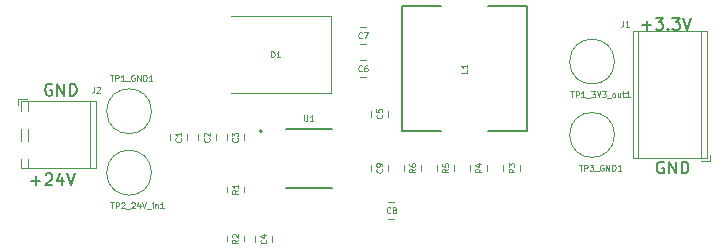
<source format=gbr>
%TF.GenerationSoftware,KiCad,Pcbnew,7.0.7*%
%TF.CreationDate,2024-09-29T13:33:55+02:00*%
%TF.ProjectId,DC_step_down_24V-3_3V,44435f73-7465-4705-9f64-6f776e5f3234,rev?*%
%TF.SameCoordinates,Original*%
%TF.FileFunction,Legend,Top*%
%TF.FilePolarity,Positive*%
%FSLAX46Y46*%
G04 Gerber Fmt 4.6, Leading zero omitted, Abs format (unit mm)*
G04 Created by KiCad (PCBNEW 7.0.7) date 2024-09-29 13:33:55*
%MOMM*%
%LPD*%
G01*
G04 APERTURE LIST*
%ADD10C,0.150000*%
%ADD11C,0.100000*%
%ADD12C,0.120000*%
%ADD13C,0.152400*%
%ADD14C,0.127000*%
%ADD15C,0.200000*%
G04 APERTURE END LIST*
D10*
X177836779Y-75323866D02*
X178598684Y-75323866D01*
X178217731Y-75704819D02*
X178217731Y-74942914D01*
X178979636Y-74704819D02*
X179598683Y-74704819D01*
X179598683Y-74704819D02*
X179265350Y-75085771D01*
X179265350Y-75085771D02*
X179408207Y-75085771D01*
X179408207Y-75085771D02*
X179503445Y-75133390D01*
X179503445Y-75133390D02*
X179551064Y-75181009D01*
X179551064Y-75181009D02*
X179598683Y-75276247D01*
X179598683Y-75276247D02*
X179598683Y-75514342D01*
X179598683Y-75514342D02*
X179551064Y-75609580D01*
X179551064Y-75609580D02*
X179503445Y-75657200D01*
X179503445Y-75657200D02*
X179408207Y-75704819D01*
X179408207Y-75704819D02*
X179122493Y-75704819D01*
X179122493Y-75704819D02*
X179027255Y-75657200D01*
X179027255Y-75657200D02*
X178979636Y-75609580D01*
X180027255Y-75609580D02*
X180074874Y-75657200D01*
X180074874Y-75657200D02*
X180027255Y-75704819D01*
X180027255Y-75704819D02*
X179979636Y-75657200D01*
X179979636Y-75657200D02*
X180027255Y-75609580D01*
X180027255Y-75609580D02*
X180027255Y-75704819D01*
X180408207Y-74704819D02*
X181027254Y-74704819D01*
X181027254Y-74704819D02*
X180693921Y-75085771D01*
X180693921Y-75085771D02*
X180836778Y-75085771D01*
X180836778Y-75085771D02*
X180932016Y-75133390D01*
X180932016Y-75133390D02*
X180979635Y-75181009D01*
X180979635Y-75181009D02*
X181027254Y-75276247D01*
X181027254Y-75276247D02*
X181027254Y-75514342D01*
X181027254Y-75514342D02*
X180979635Y-75609580D01*
X180979635Y-75609580D02*
X180932016Y-75657200D01*
X180932016Y-75657200D02*
X180836778Y-75704819D01*
X180836778Y-75704819D02*
X180551064Y-75704819D01*
X180551064Y-75704819D02*
X180455826Y-75657200D01*
X180455826Y-75657200D02*
X180408207Y-75609580D01*
X181312969Y-74704819D02*
X181646302Y-75704819D01*
X181646302Y-75704819D02*
X181979635Y-74704819D01*
X179660588Y-86917438D02*
X179565350Y-86869819D01*
X179565350Y-86869819D02*
X179422493Y-86869819D01*
X179422493Y-86869819D02*
X179279636Y-86917438D01*
X179279636Y-86917438D02*
X179184398Y-87012676D01*
X179184398Y-87012676D02*
X179136779Y-87107914D01*
X179136779Y-87107914D02*
X179089160Y-87298390D01*
X179089160Y-87298390D02*
X179089160Y-87441247D01*
X179089160Y-87441247D02*
X179136779Y-87631723D01*
X179136779Y-87631723D02*
X179184398Y-87726961D01*
X179184398Y-87726961D02*
X179279636Y-87822200D01*
X179279636Y-87822200D02*
X179422493Y-87869819D01*
X179422493Y-87869819D02*
X179517731Y-87869819D01*
X179517731Y-87869819D02*
X179660588Y-87822200D01*
X179660588Y-87822200D02*
X179708207Y-87774580D01*
X179708207Y-87774580D02*
X179708207Y-87441247D01*
X179708207Y-87441247D02*
X179517731Y-87441247D01*
X180136779Y-87869819D02*
X180136779Y-86869819D01*
X180136779Y-86869819D02*
X180708207Y-87869819D01*
X180708207Y-87869819D02*
X180708207Y-86869819D01*
X181184398Y-87869819D02*
X181184398Y-86869819D01*
X181184398Y-86869819D02*
X181422493Y-86869819D01*
X181422493Y-86869819D02*
X181565350Y-86917438D01*
X181565350Y-86917438D02*
X181660588Y-87012676D01*
X181660588Y-87012676D02*
X181708207Y-87107914D01*
X181708207Y-87107914D02*
X181755826Y-87298390D01*
X181755826Y-87298390D02*
X181755826Y-87441247D01*
X181755826Y-87441247D02*
X181708207Y-87631723D01*
X181708207Y-87631723D02*
X181660588Y-87726961D01*
X181660588Y-87726961D02*
X181565350Y-87822200D01*
X181565350Y-87822200D02*
X181422493Y-87869819D01*
X181422493Y-87869819D02*
X181184398Y-87869819D01*
X127860588Y-80317438D02*
X127765350Y-80269819D01*
X127765350Y-80269819D02*
X127622493Y-80269819D01*
X127622493Y-80269819D02*
X127479636Y-80317438D01*
X127479636Y-80317438D02*
X127384398Y-80412676D01*
X127384398Y-80412676D02*
X127336779Y-80507914D01*
X127336779Y-80507914D02*
X127289160Y-80698390D01*
X127289160Y-80698390D02*
X127289160Y-80841247D01*
X127289160Y-80841247D02*
X127336779Y-81031723D01*
X127336779Y-81031723D02*
X127384398Y-81126961D01*
X127384398Y-81126961D02*
X127479636Y-81222200D01*
X127479636Y-81222200D02*
X127622493Y-81269819D01*
X127622493Y-81269819D02*
X127717731Y-81269819D01*
X127717731Y-81269819D02*
X127860588Y-81222200D01*
X127860588Y-81222200D02*
X127908207Y-81174580D01*
X127908207Y-81174580D02*
X127908207Y-80841247D01*
X127908207Y-80841247D02*
X127717731Y-80841247D01*
X128336779Y-81269819D02*
X128336779Y-80269819D01*
X128336779Y-80269819D02*
X128908207Y-81269819D01*
X128908207Y-81269819D02*
X128908207Y-80269819D01*
X129384398Y-81269819D02*
X129384398Y-80269819D01*
X129384398Y-80269819D02*
X129622493Y-80269819D01*
X129622493Y-80269819D02*
X129765350Y-80317438D01*
X129765350Y-80317438D02*
X129860588Y-80412676D01*
X129860588Y-80412676D02*
X129908207Y-80507914D01*
X129908207Y-80507914D02*
X129955826Y-80698390D01*
X129955826Y-80698390D02*
X129955826Y-80841247D01*
X129955826Y-80841247D02*
X129908207Y-81031723D01*
X129908207Y-81031723D02*
X129860588Y-81126961D01*
X129860588Y-81126961D02*
X129765350Y-81222200D01*
X129765350Y-81222200D02*
X129622493Y-81269819D01*
X129622493Y-81269819D02*
X129384398Y-81269819D01*
X126136779Y-88488866D02*
X126898684Y-88488866D01*
X126517731Y-88869819D02*
X126517731Y-88107914D01*
X127327255Y-87965057D02*
X127374874Y-87917438D01*
X127374874Y-87917438D02*
X127470112Y-87869819D01*
X127470112Y-87869819D02*
X127708207Y-87869819D01*
X127708207Y-87869819D02*
X127803445Y-87917438D01*
X127803445Y-87917438D02*
X127851064Y-87965057D01*
X127851064Y-87965057D02*
X127898683Y-88060295D01*
X127898683Y-88060295D02*
X127898683Y-88155533D01*
X127898683Y-88155533D02*
X127851064Y-88298390D01*
X127851064Y-88298390D02*
X127279636Y-88869819D01*
X127279636Y-88869819D02*
X127898683Y-88869819D01*
X128755826Y-88203152D02*
X128755826Y-88869819D01*
X128517731Y-87822200D02*
X128279636Y-88536485D01*
X128279636Y-88536485D02*
X128898683Y-88536485D01*
X129136779Y-87869819D02*
X129470112Y-88869819D01*
X129470112Y-88869819D02*
X129803445Y-87869819D01*
D11*
X138778490Y-84883333D02*
X138802300Y-84907142D01*
X138802300Y-84907142D02*
X138826109Y-84978571D01*
X138826109Y-84978571D02*
X138826109Y-85026190D01*
X138826109Y-85026190D02*
X138802300Y-85097618D01*
X138802300Y-85097618D02*
X138754680Y-85145237D01*
X138754680Y-85145237D02*
X138707061Y-85169047D01*
X138707061Y-85169047D02*
X138611823Y-85192856D01*
X138611823Y-85192856D02*
X138540395Y-85192856D01*
X138540395Y-85192856D02*
X138445157Y-85169047D01*
X138445157Y-85169047D02*
X138397538Y-85145237D01*
X138397538Y-85145237D02*
X138349919Y-85097618D01*
X138349919Y-85097618D02*
X138326109Y-85026190D01*
X138326109Y-85026190D02*
X138326109Y-84978571D01*
X138326109Y-84978571D02*
X138349919Y-84907142D01*
X138349919Y-84907142D02*
X138373728Y-84883333D01*
X138826109Y-84407142D02*
X138826109Y-84692856D01*
X138826109Y-84549999D02*
X138326109Y-84549999D01*
X138326109Y-84549999D02*
X138397538Y-84597618D01*
X138397538Y-84597618D02*
X138445157Y-84645237D01*
X138445157Y-84645237D02*
X138468966Y-84692856D01*
X163026109Y-79083333D02*
X163026109Y-79321428D01*
X163026109Y-79321428D02*
X162526109Y-79321428D01*
X163026109Y-78654761D02*
X163026109Y-78940475D01*
X163026109Y-78797618D02*
X162526109Y-78797618D01*
X162526109Y-78797618D02*
X162597538Y-78845237D01*
X162597538Y-78845237D02*
X162645157Y-78892856D01*
X162645157Y-78892856D02*
X162668966Y-78940475D01*
X155778490Y-82883333D02*
X155802300Y-82907142D01*
X155802300Y-82907142D02*
X155826109Y-82978571D01*
X155826109Y-82978571D02*
X155826109Y-83026190D01*
X155826109Y-83026190D02*
X155802300Y-83097618D01*
X155802300Y-83097618D02*
X155754680Y-83145237D01*
X155754680Y-83145237D02*
X155707061Y-83169047D01*
X155707061Y-83169047D02*
X155611823Y-83192856D01*
X155611823Y-83192856D02*
X155540395Y-83192856D01*
X155540395Y-83192856D02*
X155445157Y-83169047D01*
X155445157Y-83169047D02*
X155397538Y-83145237D01*
X155397538Y-83145237D02*
X155349919Y-83097618D01*
X155349919Y-83097618D02*
X155326109Y-83026190D01*
X155326109Y-83026190D02*
X155326109Y-82978571D01*
X155326109Y-82978571D02*
X155349919Y-82907142D01*
X155349919Y-82907142D02*
X155373728Y-82883333D01*
X155326109Y-82430952D02*
X155326109Y-82669047D01*
X155326109Y-82669047D02*
X155564204Y-82692856D01*
X155564204Y-82692856D02*
X155540395Y-82669047D01*
X155540395Y-82669047D02*
X155516585Y-82621428D01*
X155516585Y-82621428D02*
X155516585Y-82502380D01*
X155516585Y-82502380D02*
X155540395Y-82454761D01*
X155540395Y-82454761D02*
X155564204Y-82430952D01*
X155564204Y-82430952D02*
X155611823Y-82407142D01*
X155611823Y-82407142D02*
X155730871Y-82407142D01*
X155730871Y-82407142D02*
X155778490Y-82430952D01*
X155778490Y-82430952D02*
X155802300Y-82454761D01*
X155802300Y-82454761D02*
X155826109Y-82502380D01*
X155826109Y-82502380D02*
X155826109Y-82621428D01*
X155826109Y-82621428D02*
X155802300Y-82669047D01*
X155802300Y-82669047D02*
X155778490Y-82692856D01*
X143626109Y-89283333D02*
X143388014Y-89449999D01*
X143626109Y-89569047D02*
X143126109Y-89569047D01*
X143126109Y-89569047D02*
X143126109Y-89378571D01*
X143126109Y-89378571D02*
X143149919Y-89330952D01*
X143149919Y-89330952D02*
X143173728Y-89307142D01*
X143173728Y-89307142D02*
X143221347Y-89283333D01*
X143221347Y-89283333D02*
X143292776Y-89283333D01*
X143292776Y-89283333D02*
X143340395Y-89307142D01*
X143340395Y-89307142D02*
X143364204Y-89330952D01*
X143364204Y-89330952D02*
X143388014Y-89378571D01*
X143388014Y-89378571D02*
X143388014Y-89569047D01*
X143626109Y-88807142D02*
X143626109Y-89092856D01*
X143626109Y-88949999D02*
X143126109Y-88949999D01*
X143126109Y-88949999D02*
X143197538Y-88997618D01*
X143197538Y-88997618D02*
X143245157Y-89045237D01*
X143245157Y-89045237D02*
X143268966Y-89092856D01*
X145978490Y-93483333D02*
X146002300Y-93507142D01*
X146002300Y-93507142D02*
X146026109Y-93578571D01*
X146026109Y-93578571D02*
X146026109Y-93626190D01*
X146026109Y-93626190D02*
X146002300Y-93697618D01*
X146002300Y-93697618D02*
X145954680Y-93745237D01*
X145954680Y-93745237D02*
X145907061Y-93769047D01*
X145907061Y-93769047D02*
X145811823Y-93792856D01*
X145811823Y-93792856D02*
X145740395Y-93792856D01*
X145740395Y-93792856D02*
X145645157Y-93769047D01*
X145645157Y-93769047D02*
X145597538Y-93745237D01*
X145597538Y-93745237D02*
X145549919Y-93697618D01*
X145549919Y-93697618D02*
X145526109Y-93626190D01*
X145526109Y-93626190D02*
X145526109Y-93578571D01*
X145526109Y-93578571D02*
X145549919Y-93507142D01*
X145549919Y-93507142D02*
X145573728Y-93483333D01*
X145692776Y-93054761D02*
X146026109Y-93054761D01*
X145502300Y-93173809D02*
X145859442Y-93292856D01*
X145859442Y-93292856D02*
X145859442Y-92983333D01*
X156516666Y-91178490D02*
X156492857Y-91202300D01*
X156492857Y-91202300D02*
X156421428Y-91226109D01*
X156421428Y-91226109D02*
X156373809Y-91226109D01*
X156373809Y-91226109D02*
X156302381Y-91202300D01*
X156302381Y-91202300D02*
X156254762Y-91154680D01*
X156254762Y-91154680D02*
X156230952Y-91107061D01*
X156230952Y-91107061D02*
X156207143Y-91011823D01*
X156207143Y-91011823D02*
X156207143Y-90940395D01*
X156207143Y-90940395D02*
X156230952Y-90845157D01*
X156230952Y-90845157D02*
X156254762Y-90797538D01*
X156254762Y-90797538D02*
X156302381Y-90749919D01*
X156302381Y-90749919D02*
X156373809Y-90726109D01*
X156373809Y-90726109D02*
X156421428Y-90726109D01*
X156421428Y-90726109D02*
X156492857Y-90749919D01*
X156492857Y-90749919D02*
X156516666Y-90773728D01*
X156802381Y-90940395D02*
X156754762Y-90916585D01*
X156754762Y-90916585D02*
X156730952Y-90892776D01*
X156730952Y-90892776D02*
X156707143Y-90845157D01*
X156707143Y-90845157D02*
X156707143Y-90821347D01*
X156707143Y-90821347D02*
X156730952Y-90773728D01*
X156730952Y-90773728D02*
X156754762Y-90749919D01*
X156754762Y-90749919D02*
X156802381Y-90726109D01*
X156802381Y-90726109D02*
X156897619Y-90726109D01*
X156897619Y-90726109D02*
X156945238Y-90749919D01*
X156945238Y-90749919D02*
X156969047Y-90773728D01*
X156969047Y-90773728D02*
X156992857Y-90821347D01*
X156992857Y-90821347D02*
X156992857Y-90845157D01*
X156992857Y-90845157D02*
X156969047Y-90892776D01*
X156969047Y-90892776D02*
X156945238Y-90916585D01*
X156945238Y-90916585D02*
X156897619Y-90940395D01*
X156897619Y-90940395D02*
X156802381Y-90940395D01*
X156802381Y-90940395D02*
X156754762Y-90964204D01*
X156754762Y-90964204D02*
X156730952Y-90988014D01*
X156730952Y-90988014D02*
X156707143Y-91035633D01*
X156707143Y-91035633D02*
X156707143Y-91130871D01*
X156707143Y-91130871D02*
X156730952Y-91178490D01*
X156730952Y-91178490D02*
X156754762Y-91202300D01*
X156754762Y-91202300D02*
X156802381Y-91226109D01*
X156802381Y-91226109D02*
X156897619Y-91226109D01*
X156897619Y-91226109D02*
X156945238Y-91202300D01*
X156945238Y-91202300D02*
X156969047Y-91178490D01*
X156969047Y-91178490D02*
X156992857Y-91130871D01*
X156992857Y-91130871D02*
X156992857Y-91035633D01*
X156992857Y-91035633D02*
X156969047Y-90988014D01*
X156969047Y-90988014D02*
X156945238Y-90964204D01*
X156945238Y-90964204D02*
X156897619Y-90940395D01*
X146430952Y-78026109D02*
X146430952Y-77526109D01*
X146430952Y-77526109D02*
X146550000Y-77526109D01*
X146550000Y-77526109D02*
X146621428Y-77549919D01*
X146621428Y-77549919D02*
X146669047Y-77597538D01*
X146669047Y-77597538D02*
X146692857Y-77645157D01*
X146692857Y-77645157D02*
X146716666Y-77740395D01*
X146716666Y-77740395D02*
X146716666Y-77811823D01*
X146716666Y-77811823D02*
X146692857Y-77907061D01*
X146692857Y-77907061D02*
X146669047Y-77954680D01*
X146669047Y-77954680D02*
X146621428Y-78002300D01*
X146621428Y-78002300D02*
X146550000Y-78026109D01*
X146550000Y-78026109D02*
X146430952Y-78026109D01*
X147192857Y-78026109D02*
X146907143Y-78026109D01*
X147050000Y-78026109D02*
X147050000Y-77526109D01*
X147050000Y-77526109D02*
X147002381Y-77597538D01*
X147002381Y-77597538D02*
X146954762Y-77645157D01*
X146954762Y-77645157D02*
X146907143Y-77668966D01*
X161426109Y-87483333D02*
X161188014Y-87649999D01*
X161426109Y-87769047D02*
X160926109Y-87769047D01*
X160926109Y-87769047D02*
X160926109Y-87578571D01*
X160926109Y-87578571D02*
X160949919Y-87530952D01*
X160949919Y-87530952D02*
X160973728Y-87507142D01*
X160973728Y-87507142D02*
X161021347Y-87483333D01*
X161021347Y-87483333D02*
X161092776Y-87483333D01*
X161092776Y-87483333D02*
X161140395Y-87507142D01*
X161140395Y-87507142D02*
X161164204Y-87530952D01*
X161164204Y-87530952D02*
X161188014Y-87578571D01*
X161188014Y-87578571D02*
X161188014Y-87769047D01*
X160926109Y-87030952D02*
X160926109Y-87269047D01*
X160926109Y-87269047D02*
X161164204Y-87292856D01*
X161164204Y-87292856D02*
X161140395Y-87269047D01*
X161140395Y-87269047D02*
X161116585Y-87221428D01*
X161116585Y-87221428D02*
X161116585Y-87102380D01*
X161116585Y-87102380D02*
X161140395Y-87054761D01*
X161140395Y-87054761D02*
X161164204Y-87030952D01*
X161164204Y-87030952D02*
X161211823Y-87007142D01*
X161211823Y-87007142D02*
X161330871Y-87007142D01*
X161330871Y-87007142D02*
X161378490Y-87030952D01*
X161378490Y-87030952D02*
X161402300Y-87054761D01*
X161402300Y-87054761D02*
X161426109Y-87102380D01*
X161426109Y-87102380D02*
X161426109Y-87221428D01*
X161426109Y-87221428D02*
X161402300Y-87269047D01*
X161402300Y-87269047D02*
X161378490Y-87292856D01*
X155778490Y-87483333D02*
X155802300Y-87507142D01*
X155802300Y-87507142D02*
X155826109Y-87578571D01*
X155826109Y-87578571D02*
X155826109Y-87626190D01*
X155826109Y-87626190D02*
X155802300Y-87697618D01*
X155802300Y-87697618D02*
X155754680Y-87745237D01*
X155754680Y-87745237D02*
X155707061Y-87769047D01*
X155707061Y-87769047D02*
X155611823Y-87792856D01*
X155611823Y-87792856D02*
X155540395Y-87792856D01*
X155540395Y-87792856D02*
X155445157Y-87769047D01*
X155445157Y-87769047D02*
X155397538Y-87745237D01*
X155397538Y-87745237D02*
X155349919Y-87697618D01*
X155349919Y-87697618D02*
X155326109Y-87626190D01*
X155326109Y-87626190D02*
X155326109Y-87578571D01*
X155326109Y-87578571D02*
X155349919Y-87507142D01*
X155349919Y-87507142D02*
X155373728Y-87483333D01*
X155826109Y-87245237D02*
X155826109Y-87149999D01*
X155826109Y-87149999D02*
X155802300Y-87102380D01*
X155802300Y-87102380D02*
X155778490Y-87078571D01*
X155778490Y-87078571D02*
X155707061Y-87030952D01*
X155707061Y-87030952D02*
X155611823Y-87007142D01*
X155611823Y-87007142D02*
X155421347Y-87007142D01*
X155421347Y-87007142D02*
X155373728Y-87030952D01*
X155373728Y-87030952D02*
X155349919Y-87054761D01*
X155349919Y-87054761D02*
X155326109Y-87102380D01*
X155326109Y-87102380D02*
X155326109Y-87197618D01*
X155326109Y-87197618D02*
X155349919Y-87245237D01*
X155349919Y-87245237D02*
X155373728Y-87269047D01*
X155373728Y-87269047D02*
X155421347Y-87292856D01*
X155421347Y-87292856D02*
X155540395Y-87292856D01*
X155540395Y-87292856D02*
X155588014Y-87269047D01*
X155588014Y-87269047D02*
X155611823Y-87245237D01*
X155611823Y-87245237D02*
X155635633Y-87197618D01*
X155635633Y-87197618D02*
X155635633Y-87102380D01*
X155635633Y-87102380D02*
X155611823Y-87054761D01*
X155611823Y-87054761D02*
X155588014Y-87030952D01*
X155588014Y-87030952D02*
X155540395Y-87007142D01*
X132778572Y-79526109D02*
X133064286Y-79526109D01*
X132921429Y-80026109D02*
X132921429Y-79526109D01*
X133230952Y-80026109D02*
X133230952Y-79526109D01*
X133230952Y-79526109D02*
X133421428Y-79526109D01*
X133421428Y-79526109D02*
X133469047Y-79549919D01*
X133469047Y-79549919D02*
X133492857Y-79573728D01*
X133492857Y-79573728D02*
X133516666Y-79621347D01*
X133516666Y-79621347D02*
X133516666Y-79692776D01*
X133516666Y-79692776D02*
X133492857Y-79740395D01*
X133492857Y-79740395D02*
X133469047Y-79764204D01*
X133469047Y-79764204D02*
X133421428Y-79788014D01*
X133421428Y-79788014D02*
X133230952Y-79788014D01*
X133992857Y-80026109D02*
X133707143Y-80026109D01*
X133850000Y-80026109D02*
X133850000Y-79526109D01*
X133850000Y-79526109D02*
X133802381Y-79597538D01*
X133802381Y-79597538D02*
X133754762Y-79645157D01*
X133754762Y-79645157D02*
X133707143Y-79668966D01*
X134088095Y-80073728D02*
X134469047Y-80073728D01*
X134849999Y-79549919D02*
X134802380Y-79526109D01*
X134802380Y-79526109D02*
X134730951Y-79526109D01*
X134730951Y-79526109D02*
X134659523Y-79549919D01*
X134659523Y-79549919D02*
X134611904Y-79597538D01*
X134611904Y-79597538D02*
X134588094Y-79645157D01*
X134588094Y-79645157D02*
X134564285Y-79740395D01*
X134564285Y-79740395D02*
X134564285Y-79811823D01*
X134564285Y-79811823D02*
X134588094Y-79907061D01*
X134588094Y-79907061D02*
X134611904Y-79954680D01*
X134611904Y-79954680D02*
X134659523Y-80002300D01*
X134659523Y-80002300D02*
X134730951Y-80026109D01*
X134730951Y-80026109D02*
X134778570Y-80026109D01*
X134778570Y-80026109D02*
X134849999Y-80002300D01*
X134849999Y-80002300D02*
X134873808Y-79978490D01*
X134873808Y-79978490D02*
X134873808Y-79811823D01*
X134873808Y-79811823D02*
X134778570Y-79811823D01*
X135088094Y-80026109D02*
X135088094Y-79526109D01*
X135088094Y-79526109D02*
X135373808Y-80026109D01*
X135373808Y-80026109D02*
X135373808Y-79526109D01*
X135611904Y-80026109D02*
X135611904Y-79526109D01*
X135611904Y-79526109D02*
X135730952Y-79526109D01*
X135730952Y-79526109D02*
X135802380Y-79549919D01*
X135802380Y-79549919D02*
X135849999Y-79597538D01*
X135849999Y-79597538D02*
X135873809Y-79645157D01*
X135873809Y-79645157D02*
X135897618Y-79740395D01*
X135897618Y-79740395D02*
X135897618Y-79811823D01*
X135897618Y-79811823D02*
X135873809Y-79907061D01*
X135873809Y-79907061D02*
X135849999Y-79954680D01*
X135849999Y-79954680D02*
X135802380Y-80002300D01*
X135802380Y-80002300D02*
X135730952Y-80026109D01*
X135730952Y-80026109D02*
X135611904Y-80026109D01*
X136373809Y-80026109D02*
X136088095Y-80026109D01*
X136230952Y-80026109D02*
X136230952Y-79526109D01*
X136230952Y-79526109D02*
X136183333Y-79597538D01*
X136183333Y-79597538D02*
X136135714Y-79645157D01*
X136135714Y-79645157D02*
X136088095Y-79668966D01*
X143578490Y-84883333D02*
X143602300Y-84907142D01*
X143602300Y-84907142D02*
X143626109Y-84978571D01*
X143626109Y-84978571D02*
X143626109Y-85026190D01*
X143626109Y-85026190D02*
X143602300Y-85097618D01*
X143602300Y-85097618D02*
X143554680Y-85145237D01*
X143554680Y-85145237D02*
X143507061Y-85169047D01*
X143507061Y-85169047D02*
X143411823Y-85192856D01*
X143411823Y-85192856D02*
X143340395Y-85192856D01*
X143340395Y-85192856D02*
X143245157Y-85169047D01*
X143245157Y-85169047D02*
X143197538Y-85145237D01*
X143197538Y-85145237D02*
X143149919Y-85097618D01*
X143149919Y-85097618D02*
X143126109Y-85026190D01*
X143126109Y-85026190D02*
X143126109Y-84978571D01*
X143126109Y-84978571D02*
X143149919Y-84907142D01*
X143149919Y-84907142D02*
X143173728Y-84883333D01*
X143126109Y-84716666D02*
X143126109Y-84407142D01*
X143126109Y-84407142D02*
X143316585Y-84573809D01*
X143316585Y-84573809D02*
X143316585Y-84502380D01*
X143316585Y-84502380D02*
X143340395Y-84454761D01*
X143340395Y-84454761D02*
X143364204Y-84430952D01*
X143364204Y-84430952D02*
X143411823Y-84407142D01*
X143411823Y-84407142D02*
X143530871Y-84407142D01*
X143530871Y-84407142D02*
X143578490Y-84430952D01*
X143578490Y-84430952D02*
X143602300Y-84454761D01*
X143602300Y-84454761D02*
X143626109Y-84502380D01*
X143626109Y-84502380D02*
X143626109Y-84645237D01*
X143626109Y-84645237D02*
X143602300Y-84692856D01*
X143602300Y-84692856D02*
X143578490Y-84716666D01*
X141178490Y-84883333D02*
X141202300Y-84907142D01*
X141202300Y-84907142D02*
X141226109Y-84978571D01*
X141226109Y-84978571D02*
X141226109Y-85026190D01*
X141226109Y-85026190D02*
X141202300Y-85097618D01*
X141202300Y-85097618D02*
X141154680Y-85145237D01*
X141154680Y-85145237D02*
X141107061Y-85169047D01*
X141107061Y-85169047D02*
X141011823Y-85192856D01*
X141011823Y-85192856D02*
X140940395Y-85192856D01*
X140940395Y-85192856D02*
X140845157Y-85169047D01*
X140845157Y-85169047D02*
X140797538Y-85145237D01*
X140797538Y-85145237D02*
X140749919Y-85097618D01*
X140749919Y-85097618D02*
X140726109Y-85026190D01*
X140726109Y-85026190D02*
X140726109Y-84978571D01*
X140726109Y-84978571D02*
X140749919Y-84907142D01*
X140749919Y-84907142D02*
X140773728Y-84883333D01*
X140773728Y-84692856D02*
X140749919Y-84669047D01*
X140749919Y-84669047D02*
X140726109Y-84621428D01*
X140726109Y-84621428D02*
X140726109Y-84502380D01*
X140726109Y-84502380D02*
X140749919Y-84454761D01*
X140749919Y-84454761D02*
X140773728Y-84430952D01*
X140773728Y-84430952D02*
X140821347Y-84407142D01*
X140821347Y-84407142D02*
X140868966Y-84407142D01*
X140868966Y-84407142D02*
X140940395Y-84430952D01*
X140940395Y-84430952D02*
X141226109Y-84716666D01*
X141226109Y-84716666D02*
X141226109Y-84407142D01*
X172478572Y-87126109D02*
X172764286Y-87126109D01*
X172621429Y-87626109D02*
X172621429Y-87126109D01*
X172930952Y-87626109D02*
X172930952Y-87126109D01*
X172930952Y-87126109D02*
X173121428Y-87126109D01*
X173121428Y-87126109D02*
X173169047Y-87149919D01*
X173169047Y-87149919D02*
X173192857Y-87173728D01*
X173192857Y-87173728D02*
X173216666Y-87221347D01*
X173216666Y-87221347D02*
X173216666Y-87292776D01*
X173216666Y-87292776D02*
X173192857Y-87340395D01*
X173192857Y-87340395D02*
X173169047Y-87364204D01*
X173169047Y-87364204D02*
X173121428Y-87388014D01*
X173121428Y-87388014D02*
X172930952Y-87388014D01*
X173383333Y-87126109D02*
X173692857Y-87126109D01*
X173692857Y-87126109D02*
X173526190Y-87316585D01*
X173526190Y-87316585D02*
X173597619Y-87316585D01*
X173597619Y-87316585D02*
X173645238Y-87340395D01*
X173645238Y-87340395D02*
X173669047Y-87364204D01*
X173669047Y-87364204D02*
X173692857Y-87411823D01*
X173692857Y-87411823D02*
X173692857Y-87530871D01*
X173692857Y-87530871D02*
X173669047Y-87578490D01*
X173669047Y-87578490D02*
X173645238Y-87602300D01*
X173645238Y-87602300D02*
X173597619Y-87626109D01*
X173597619Y-87626109D02*
X173454762Y-87626109D01*
X173454762Y-87626109D02*
X173407143Y-87602300D01*
X173407143Y-87602300D02*
X173383333Y-87578490D01*
X173788095Y-87673728D02*
X174169047Y-87673728D01*
X174549999Y-87149919D02*
X174502380Y-87126109D01*
X174502380Y-87126109D02*
X174430951Y-87126109D01*
X174430951Y-87126109D02*
X174359523Y-87149919D01*
X174359523Y-87149919D02*
X174311904Y-87197538D01*
X174311904Y-87197538D02*
X174288094Y-87245157D01*
X174288094Y-87245157D02*
X174264285Y-87340395D01*
X174264285Y-87340395D02*
X174264285Y-87411823D01*
X174264285Y-87411823D02*
X174288094Y-87507061D01*
X174288094Y-87507061D02*
X174311904Y-87554680D01*
X174311904Y-87554680D02*
X174359523Y-87602300D01*
X174359523Y-87602300D02*
X174430951Y-87626109D01*
X174430951Y-87626109D02*
X174478570Y-87626109D01*
X174478570Y-87626109D02*
X174549999Y-87602300D01*
X174549999Y-87602300D02*
X174573808Y-87578490D01*
X174573808Y-87578490D02*
X174573808Y-87411823D01*
X174573808Y-87411823D02*
X174478570Y-87411823D01*
X174788094Y-87626109D02*
X174788094Y-87126109D01*
X174788094Y-87126109D02*
X175073808Y-87626109D01*
X175073808Y-87626109D02*
X175073808Y-87126109D01*
X175311904Y-87626109D02*
X175311904Y-87126109D01*
X175311904Y-87126109D02*
X175430952Y-87126109D01*
X175430952Y-87126109D02*
X175502380Y-87149919D01*
X175502380Y-87149919D02*
X175549999Y-87197538D01*
X175549999Y-87197538D02*
X175573809Y-87245157D01*
X175573809Y-87245157D02*
X175597618Y-87340395D01*
X175597618Y-87340395D02*
X175597618Y-87411823D01*
X175597618Y-87411823D02*
X175573809Y-87507061D01*
X175573809Y-87507061D02*
X175549999Y-87554680D01*
X175549999Y-87554680D02*
X175502380Y-87602300D01*
X175502380Y-87602300D02*
X175430952Y-87626109D01*
X175430952Y-87626109D02*
X175311904Y-87626109D01*
X176073809Y-87626109D02*
X175788095Y-87626109D01*
X175930952Y-87626109D02*
X175930952Y-87126109D01*
X175930952Y-87126109D02*
X175883333Y-87197538D01*
X175883333Y-87197538D02*
X175835714Y-87245157D01*
X175835714Y-87245157D02*
X175788095Y-87268966D01*
X131433333Y-80526109D02*
X131433333Y-80883252D01*
X131433333Y-80883252D02*
X131409524Y-80954680D01*
X131409524Y-80954680D02*
X131361905Y-81002300D01*
X131361905Y-81002300D02*
X131290476Y-81026109D01*
X131290476Y-81026109D02*
X131242857Y-81026109D01*
X131647619Y-80573728D02*
X131671428Y-80549919D01*
X131671428Y-80549919D02*
X131719047Y-80526109D01*
X131719047Y-80526109D02*
X131838095Y-80526109D01*
X131838095Y-80526109D02*
X131885714Y-80549919D01*
X131885714Y-80549919D02*
X131909523Y-80573728D01*
X131909523Y-80573728D02*
X131933333Y-80621347D01*
X131933333Y-80621347D02*
X131933333Y-80668966D01*
X131933333Y-80668966D02*
X131909523Y-80740395D01*
X131909523Y-80740395D02*
X131623809Y-81026109D01*
X131623809Y-81026109D02*
X131933333Y-81026109D01*
X154116666Y-76378490D02*
X154092857Y-76402300D01*
X154092857Y-76402300D02*
X154021428Y-76426109D01*
X154021428Y-76426109D02*
X153973809Y-76426109D01*
X153973809Y-76426109D02*
X153902381Y-76402300D01*
X153902381Y-76402300D02*
X153854762Y-76354680D01*
X153854762Y-76354680D02*
X153830952Y-76307061D01*
X153830952Y-76307061D02*
X153807143Y-76211823D01*
X153807143Y-76211823D02*
X153807143Y-76140395D01*
X153807143Y-76140395D02*
X153830952Y-76045157D01*
X153830952Y-76045157D02*
X153854762Y-75997538D01*
X153854762Y-75997538D02*
X153902381Y-75949919D01*
X153902381Y-75949919D02*
X153973809Y-75926109D01*
X153973809Y-75926109D02*
X154021428Y-75926109D01*
X154021428Y-75926109D02*
X154092857Y-75949919D01*
X154092857Y-75949919D02*
X154116666Y-75973728D01*
X154283333Y-75926109D02*
X154616666Y-75926109D01*
X154616666Y-75926109D02*
X154402381Y-76426109D01*
X176233333Y-74926109D02*
X176233333Y-75283252D01*
X176233333Y-75283252D02*
X176209524Y-75354680D01*
X176209524Y-75354680D02*
X176161905Y-75402300D01*
X176161905Y-75402300D02*
X176090476Y-75426109D01*
X176090476Y-75426109D02*
X176042857Y-75426109D01*
X176733333Y-75426109D02*
X176447619Y-75426109D01*
X176590476Y-75426109D02*
X176590476Y-74926109D01*
X176590476Y-74926109D02*
X176542857Y-74997538D01*
X176542857Y-74997538D02*
X176495238Y-75045157D01*
X176495238Y-75045157D02*
X176447619Y-75068966D01*
X132814288Y-90326109D02*
X133100002Y-90326109D01*
X132957145Y-90826109D02*
X132957145Y-90326109D01*
X133266668Y-90826109D02*
X133266668Y-90326109D01*
X133266668Y-90326109D02*
X133457144Y-90326109D01*
X133457144Y-90326109D02*
X133504763Y-90349919D01*
X133504763Y-90349919D02*
X133528573Y-90373728D01*
X133528573Y-90373728D02*
X133552382Y-90421347D01*
X133552382Y-90421347D02*
X133552382Y-90492776D01*
X133552382Y-90492776D02*
X133528573Y-90540395D01*
X133528573Y-90540395D02*
X133504763Y-90564204D01*
X133504763Y-90564204D02*
X133457144Y-90588014D01*
X133457144Y-90588014D02*
X133266668Y-90588014D01*
X133742859Y-90373728D02*
X133766668Y-90349919D01*
X133766668Y-90349919D02*
X133814287Y-90326109D01*
X133814287Y-90326109D02*
X133933335Y-90326109D01*
X133933335Y-90326109D02*
X133980954Y-90349919D01*
X133980954Y-90349919D02*
X134004763Y-90373728D01*
X134004763Y-90373728D02*
X134028573Y-90421347D01*
X134028573Y-90421347D02*
X134028573Y-90468966D01*
X134028573Y-90468966D02*
X134004763Y-90540395D01*
X134004763Y-90540395D02*
X133719049Y-90826109D01*
X133719049Y-90826109D02*
X134028573Y-90826109D01*
X134123811Y-90873728D02*
X134504763Y-90873728D01*
X134600001Y-90373728D02*
X134623810Y-90349919D01*
X134623810Y-90349919D02*
X134671429Y-90326109D01*
X134671429Y-90326109D02*
X134790477Y-90326109D01*
X134790477Y-90326109D02*
X134838096Y-90349919D01*
X134838096Y-90349919D02*
X134861905Y-90373728D01*
X134861905Y-90373728D02*
X134885715Y-90421347D01*
X134885715Y-90421347D02*
X134885715Y-90468966D01*
X134885715Y-90468966D02*
X134861905Y-90540395D01*
X134861905Y-90540395D02*
X134576191Y-90826109D01*
X134576191Y-90826109D02*
X134885715Y-90826109D01*
X135314286Y-90492776D02*
X135314286Y-90826109D01*
X135195238Y-90302300D02*
X135076191Y-90659442D01*
X135076191Y-90659442D02*
X135385714Y-90659442D01*
X135504762Y-90326109D02*
X135671428Y-90826109D01*
X135671428Y-90826109D02*
X135838095Y-90326109D01*
X135885714Y-90873728D02*
X136266666Y-90873728D01*
X136385713Y-90826109D02*
X136385713Y-90492776D01*
X136385713Y-90326109D02*
X136361904Y-90349919D01*
X136361904Y-90349919D02*
X136385713Y-90373728D01*
X136385713Y-90373728D02*
X136409523Y-90349919D01*
X136409523Y-90349919D02*
X136385713Y-90326109D01*
X136385713Y-90326109D02*
X136385713Y-90373728D01*
X136623808Y-90492776D02*
X136623808Y-90826109D01*
X136623808Y-90540395D02*
X136647618Y-90516585D01*
X136647618Y-90516585D02*
X136695237Y-90492776D01*
X136695237Y-90492776D02*
X136766665Y-90492776D01*
X136766665Y-90492776D02*
X136814284Y-90516585D01*
X136814284Y-90516585D02*
X136838094Y-90564204D01*
X136838094Y-90564204D02*
X136838094Y-90826109D01*
X137338094Y-90826109D02*
X137052380Y-90826109D01*
X137195237Y-90826109D02*
X137195237Y-90326109D01*
X137195237Y-90326109D02*
X137147618Y-90397538D01*
X137147618Y-90397538D02*
X137099999Y-90445157D01*
X137099999Y-90445157D02*
X137052380Y-90468966D01*
X158626109Y-87483333D02*
X158388014Y-87649999D01*
X158626109Y-87769047D02*
X158126109Y-87769047D01*
X158126109Y-87769047D02*
X158126109Y-87578571D01*
X158126109Y-87578571D02*
X158149919Y-87530952D01*
X158149919Y-87530952D02*
X158173728Y-87507142D01*
X158173728Y-87507142D02*
X158221347Y-87483333D01*
X158221347Y-87483333D02*
X158292776Y-87483333D01*
X158292776Y-87483333D02*
X158340395Y-87507142D01*
X158340395Y-87507142D02*
X158364204Y-87530952D01*
X158364204Y-87530952D02*
X158388014Y-87578571D01*
X158388014Y-87578571D02*
X158388014Y-87769047D01*
X158126109Y-87054761D02*
X158126109Y-87149999D01*
X158126109Y-87149999D02*
X158149919Y-87197618D01*
X158149919Y-87197618D02*
X158173728Y-87221428D01*
X158173728Y-87221428D02*
X158245157Y-87269047D01*
X158245157Y-87269047D02*
X158340395Y-87292856D01*
X158340395Y-87292856D02*
X158530871Y-87292856D01*
X158530871Y-87292856D02*
X158578490Y-87269047D01*
X158578490Y-87269047D02*
X158602300Y-87245237D01*
X158602300Y-87245237D02*
X158626109Y-87197618D01*
X158626109Y-87197618D02*
X158626109Y-87102380D01*
X158626109Y-87102380D02*
X158602300Y-87054761D01*
X158602300Y-87054761D02*
X158578490Y-87030952D01*
X158578490Y-87030952D02*
X158530871Y-87007142D01*
X158530871Y-87007142D02*
X158411823Y-87007142D01*
X158411823Y-87007142D02*
X158364204Y-87030952D01*
X158364204Y-87030952D02*
X158340395Y-87054761D01*
X158340395Y-87054761D02*
X158316585Y-87102380D01*
X158316585Y-87102380D02*
X158316585Y-87197618D01*
X158316585Y-87197618D02*
X158340395Y-87245237D01*
X158340395Y-87245237D02*
X158364204Y-87269047D01*
X158364204Y-87269047D02*
X158411823Y-87292856D01*
X149219047Y-82926109D02*
X149219047Y-83330871D01*
X149219047Y-83330871D02*
X149242857Y-83378490D01*
X149242857Y-83378490D02*
X149266666Y-83402300D01*
X149266666Y-83402300D02*
X149314285Y-83426109D01*
X149314285Y-83426109D02*
X149409523Y-83426109D01*
X149409523Y-83426109D02*
X149457142Y-83402300D01*
X149457142Y-83402300D02*
X149480952Y-83378490D01*
X149480952Y-83378490D02*
X149504761Y-83330871D01*
X149504761Y-83330871D02*
X149504761Y-82926109D01*
X150004762Y-83426109D02*
X149719048Y-83426109D01*
X149861905Y-83426109D02*
X149861905Y-82926109D01*
X149861905Y-82926109D02*
X149814286Y-82997538D01*
X149814286Y-82997538D02*
X149766667Y-83045157D01*
X149766667Y-83045157D02*
X149719048Y-83068966D01*
X164226109Y-87483333D02*
X163988014Y-87649999D01*
X164226109Y-87769047D02*
X163726109Y-87769047D01*
X163726109Y-87769047D02*
X163726109Y-87578571D01*
X163726109Y-87578571D02*
X163749919Y-87530952D01*
X163749919Y-87530952D02*
X163773728Y-87507142D01*
X163773728Y-87507142D02*
X163821347Y-87483333D01*
X163821347Y-87483333D02*
X163892776Y-87483333D01*
X163892776Y-87483333D02*
X163940395Y-87507142D01*
X163940395Y-87507142D02*
X163964204Y-87530952D01*
X163964204Y-87530952D02*
X163988014Y-87578571D01*
X163988014Y-87578571D02*
X163988014Y-87769047D01*
X163892776Y-87054761D02*
X164226109Y-87054761D01*
X163702300Y-87173809D02*
X164059442Y-87292856D01*
X164059442Y-87292856D02*
X164059442Y-86983333D01*
X167026109Y-87483333D02*
X166788014Y-87649999D01*
X167026109Y-87769047D02*
X166526109Y-87769047D01*
X166526109Y-87769047D02*
X166526109Y-87578571D01*
X166526109Y-87578571D02*
X166549919Y-87530952D01*
X166549919Y-87530952D02*
X166573728Y-87507142D01*
X166573728Y-87507142D02*
X166621347Y-87483333D01*
X166621347Y-87483333D02*
X166692776Y-87483333D01*
X166692776Y-87483333D02*
X166740395Y-87507142D01*
X166740395Y-87507142D02*
X166764204Y-87530952D01*
X166764204Y-87530952D02*
X166788014Y-87578571D01*
X166788014Y-87578571D02*
X166788014Y-87769047D01*
X166526109Y-87316666D02*
X166526109Y-87007142D01*
X166526109Y-87007142D02*
X166716585Y-87173809D01*
X166716585Y-87173809D02*
X166716585Y-87102380D01*
X166716585Y-87102380D02*
X166740395Y-87054761D01*
X166740395Y-87054761D02*
X166764204Y-87030952D01*
X166764204Y-87030952D02*
X166811823Y-87007142D01*
X166811823Y-87007142D02*
X166930871Y-87007142D01*
X166930871Y-87007142D02*
X166978490Y-87030952D01*
X166978490Y-87030952D02*
X167002300Y-87054761D01*
X167002300Y-87054761D02*
X167026109Y-87102380D01*
X167026109Y-87102380D02*
X167026109Y-87245237D01*
X167026109Y-87245237D02*
X167002300Y-87292856D01*
X167002300Y-87292856D02*
X166978490Y-87316666D01*
X171764288Y-80926109D02*
X172050002Y-80926109D01*
X171907145Y-81426109D02*
X171907145Y-80926109D01*
X172216668Y-81426109D02*
X172216668Y-80926109D01*
X172216668Y-80926109D02*
X172407144Y-80926109D01*
X172407144Y-80926109D02*
X172454763Y-80949919D01*
X172454763Y-80949919D02*
X172478573Y-80973728D01*
X172478573Y-80973728D02*
X172502382Y-81021347D01*
X172502382Y-81021347D02*
X172502382Y-81092776D01*
X172502382Y-81092776D02*
X172478573Y-81140395D01*
X172478573Y-81140395D02*
X172454763Y-81164204D01*
X172454763Y-81164204D02*
X172407144Y-81188014D01*
X172407144Y-81188014D02*
X172216668Y-81188014D01*
X172978573Y-81426109D02*
X172692859Y-81426109D01*
X172835716Y-81426109D02*
X172835716Y-80926109D01*
X172835716Y-80926109D02*
X172788097Y-80997538D01*
X172788097Y-80997538D02*
X172740478Y-81045157D01*
X172740478Y-81045157D02*
X172692859Y-81068966D01*
X173073811Y-81473728D02*
X173454763Y-81473728D01*
X173526191Y-80926109D02*
X173835715Y-80926109D01*
X173835715Y-80926109D02*
X173669048Y-81116585D01*
X173669048Y-81116585D02*
X173740477Y-81116585D01*
X173740477Y-81116585D02*
X173788096Y-81140395D01*
X173788096Y-81140395D02*
X173811905Y-81164204D01*
X173811905Y-81164204D02*
X173835715Y-81211823D01*
X173835715Y-81211823D02*
X173835715Y-81330871D01*
X173835715Y-81330871D02*
X173811905Y-81378490D01*
X173811905Y-81378490D02*
X173788096Y-81402300D01*
X173788096Y-81402300D02*
X173740477Y-81426109D01*
X173740477Y-81426109D02*
X173597620Y-81426109D01*
X173597620Y-81426109D02*
X173550001Y-81402300D01*
X173550001Y-81402300D02*
X173526191Y-81378490D01*
X173978572Y-80926109D02*
X174145238Y-81426109D01*
X174145238Y-81426109D02*
X174311905Y-80926109D01*
X174430952Y-80926109D02*
X174740476Y-80926109D01*
X174740476Y-80926109D02*
X174573809Y-81116585D01*
X174573809Y-81116585D02*
X174645238Y-81116585D01*
X174645238Y-81116585D02*
X174692857Y-81140395D01*
X174692857Y-81140395D02*
X174716666Y-81164204D01*
X174716666Y-81164204D02*
X174740476Y-81211823D01*
X174740476Y-81211823D02*
X174740476Y-81330871D01*
X174740476Y-81330871D02*
X174716666Y-81378490D01*
X174716666Y-81378490D02*
X174692857Y-81402300D01*
X174692857Y-81402300D02*
X174645238Y-81426109D01*
X174645238Y-81426109D02*
X174502381Y-81426109D01*
X174502381Y-81426109D02*
X174454762Y-81402300D01*
X174454762Y-81402300D02*
X174430952Y-81378490D01*
X174835714Y-81473728D02*
X175216666Y-81473728D01*
X175407142Y-81426109D02*
X175359523Y-81402300D01*
X175359523Y-81402300D02*
X175335713Y-81378490D01*
X175335713Y-81378490D02*
X175311904Y-81330871D01*
X175311904Y-81330871D02*
X175311904Y-81188014D01*
X175311904Y-81188014D02*
X175335713Y-81140395D01*
X175335713Y-81140395D02*
X175359523Y-81116585D01*
X175359523Y-81116585D02*
X175407142Y-81092776D01*
X175407142Y-81092776D02*
X175478570Y-81092776D01*
X175478570Y-81092776D02*
X175526189Y-81116585D01*
X175526189Y-81116585D02*
X175549999Y-81140395D01*
X175549999Y-81140395D02*
X175573808Y-81188014D01*
X175573808Y-81188014D02*
X175573808Y-81330871D01*
X175573808Y-81330871D02*
X175549999Y-81378490D01*
X175549999Y-81378490D02*
X175526189Y-81402300D01*
X175526189Y-81402300D02*
X175478570Y-81426109D01*
X175478570Y-81426109D02*
X175407142Y-81426109D01*
X176002380Y-81092776D02*
X176002380Y-81426109D01*
X175788094Y-81092776D02*
X175788094Y-81354680D01*
X175788094Y-81354680D02*
X175811904Y-81402300D01*
X175811904Y-81402300D02*
X175859523Y-81426109D01*
X175859523Y-81426109D02*
X175930951Y-81426109D01*
X175930951Y-81426109D02*
X175978570Y-81402300D01*
X175978570Y-81402300D02*
X176002380Y-81378490D01*
X176169047Y-81092776D02*
X176359523Y-81092776D01*
X176240475Y-80926109D02*
X176240475Y-81354680D01*
X176240475Y-81354680D02*
X176264285Y-81402300D01*
X176264285Y-81402300D02*
X176311904Y-81426109D01*
X176311904Y-81426109D02*
X176359523Y-81426109D01*
X176788094Y-81426109D02*
X176502380Y-81426109D01*
X176645237Y-81426109D02*
X176645237Y-80926109D01*
X176645237Y-80926109D02*
X176597618Y-80997538D01*
X176597618Y-80997538D02*
X176549999Y-81045157D01*
X176549999Y-81045157D02*
X176502380Y-81068966D01*
X154116666Y-79178490D02*
X154092857Y-79202300D01*
X154092857Y-79202300D02*
X154021428Y-79226109D01*
X154021428Y-79226109D02*
X153973809Y-79226109D01*
X153973809Y-79226109D02*
X153902381Y-79202300D01*
X153902381Y-79202300D02*
X153854762Y-79154680D01*
X153854762Y-79154680D02*
X153830952Y-79107061D01*
X153830952Y-79107061D02*
X153807143Y-79011823D01*
X153807143Y-79011823D02*
X153807143Y-78940395D01*
X153807143Y-78940395D02*
X153830952Y-78845157D01*
X153830952Y-78845157D02*
X153854762Y-78797538D01*
X153854762Y-78797538D02*
X153902381Y-78749919D01*
X153902381Y-78749919D02*
X153973809Y-78726109D01*
X153973809Y-78726109D02*
X154021428Y-78726109D01*
X154021428Y-78726109D02*
X154092857Y-78749919D01*
X154092857Y-78749919D02*
X154116666Y-78773728D01*
X154545238Y-78726109D02*
X154450000Y-78726109D01*
X154450000Y-78726109D02*
X154402381Y-78749919D01*
X154402381Y-78749919D02*
X154378571Y-78773728D01*
X154378571Y-78773728D02*
X154330952Y-78845157D01*
X154330952Y-78845157D02*
X154307143Y-78940395D01*
X154307143Y-78940395D02*
X154307143Y-79130871D01*
X154307143Y-79130871D02*
X154330952Y-79178490D01*
X154330952Y-79178490D02*
X154354762Y-79202300D01*
X154354762Y-79202300D02*
X154402381Y-79226109D01*
X154402381Y-79226109D02*
X154497619Y-79226109D01*
X154497619Y-79226109D02*
X154545238Y-79202300D01*
X154545238Y-79202300D02*
X154569047Y-79178490D01*
X154569047Y-79178490D02*
X154592857Y-79130871D01*
X154592857Y-79130871D02*
X154592857Y-79011823D01*
X154592857Y-79011823D02*
X154569047Y-78964204D01*
X154569047Y-78964204D02*
X154545238Y-78940395D01*
X154545238Y-78940395D02*
X154497619Y-78916585D01*
X154497619Y-78916585D02*
X154402381Y-78916585D01*
X154402381Y-78916585D02*
X154354762Y-78940395D01*
X154354762Y-78940395D02*
X154330952Y-78964204D01*
X154330952Y-78964204D02*
X154307143Y-79011823D01*
X143626109Y-93483333D02*
X143388014Y-93649999D01*
X143626109Y-93769047D02*
X143126109Y-93769047D01*
X143126109Y-93769047D02*
X143126109Y-93578571D01*
X143126109Y-93578571D02*
X143149919Y-93530952D01*
X143149919Y-93530952D02*
X143173728Y-93507142D01*
X143173728Y-93507142D02*
X143221347Y-93483333D01*
X143221347Y-93483333D02*
X143292776Y-93483333D01*
X143292776Y-93483333D02*
X143340395Y-93507142D01*
X143340395Y-93507142D02*
X143364204Y-93530952D01*
X143364204Y-93530952D02*
X143388014Y-93578571D01*
X143388014Y-93578571D02*
X143388014Y-93769047D01*
X143173728Y-93292856D02*
X143149919Y-93269047D01*
X143149919Y-93269047D02*
X143126109Y-93221428D01*
X143126109Y-93221428D02*
X143126109Y-93102380D01*
X143126109Y-93102380D02*
X143149919Y-93054761D01*
X143149919Y-93054761D02*
X143173728Y-93030952D01*
X143173728Y-93030952D02*
X143221347Y-93007142D01*
X143221347Y-93007142D02*
X143268966Y-93007142D01*
X143268966Y-93007142D02*
X143340395Y-93030952D01*
X143340395Y-93030952D02*
X143626109Y-93316666D01*
X143626109Y-93316666D02*
X143626109Y-93007142D01*
D12*
%TO.C,C1*%
X137865000Y-85061252D02*
X137865000Y-84538748D01*
X139335000Y-85061252D02*
X139335000Y-84538748D01*
D13*
%TO.C,L1*%
X157516800Y-84283200D02*
X157516800Y-73716800D01*
X160818448Y-84283200D02*
X157516800Y-84283200D01*
X168083200Y-84283200D02*
X164781552Y-84283200D01*
X157516800Y-73716800D02*
X160818448Y-73716800D01*
X164781552Y-73716800D02*
X168083200Y-73716800D01*
X168083200Y-73716800D02*
X168083200Y-84283200D01*
D12*
%TO.C,C5*%
X156335000Y-82538748D02*
X156335000Y-83061252D01*
X154865000Y-82538748D02*
X154865000Y-83061252D01*
%TO.C,R1*%
X144135000Y-88972936D02*
X144135000Y-89427064D01*
X142665000Y-88972936D02*
X142665000Y-89427064D01*
%TO.C,C4*%
X146535000Y-93138748D02*
X146535000Y-93661252D01*
X145065000Y-93138748D02*
X145065000Y-93661252D01*
%TO.C,C8*%
X156338748Y-90265000D02*
X156861252Y-90265000D01*
X156338748Y-91735000D02*
X156861252Y-91735000D01*
%TO.C,D1*%
X151510000Y-81050000D02*
X143000000Y-81050000D01*
X151510000Y-74550000D02*
X151510000Y-81050000D01*
X151510000Y-74550000D02*
X143000000Y-74550000D01*
%TO.C,R5*%
X161935000Y-87627064D02*
X161935000Y-87172936D01*
X160465000Y-87627064D02*
X160465000Y-87172936D01*
%TO.C,C9*%
X154865000Y-87661252D02*
X154865000Y-87138748D01*
X156335000Y-87661252D02*
X156335000Y-87138748D01*
%TO.C,TP1_GND1*%
X136300000Y-82600000D02*
G75*
G03*
X136300000Y-82600000I-1900000J0D01*
G01*
%TO.C,C3*%
X142665000Y-85061252D02*
X142665000Y-84538748D01*
X144135000Y-85061252D02*
X144135000Y-84538748D01*
%TO.C,C2*%
X140265000Y-85061252D02*
X140265000Y-84538748D01*
X141735000Y-85061252D02*
X141735000Y-84538748D01*
%TO.C,TP3_GND1*%
X175500000Y-84600000D02*
G75*
G03*
X175500000Y-84600000I-1900000J0D01*
G01*
%TO.C,J2*%
X125740000Y-81530000D02*
X125000000Y-81530000D01*
X125000000Y-81530000D02*
X125000000Y-82030000D01*
X131560000Y-81770000D02*
X125240000Y-81770000D01*
X131560000Y-81770000D02*
X131560000Y-87430000D01*
X131100000Y-81770000D02*
X131100000Y-87430000D01*
X125800000Y-81770000D02*
X125800000Y-82540000D01*
X125240000Y-81770000D02*
X125240000Y-82540000D01*
X125800000Y-84120000D02*
X125800000Y-85080000D01*
X125240000Y-84120000D02*
X125240000Y-85080000D01*
X125800000Y-86660000D02*
X125800000Y-87430000D01*
X125240000Y-86660000D02*
X125240000Y-87430000D01*
X131560000Y-87430000D02*
X125240000Y-87430000D01*
%TO.C,C7*%
X154461252Y-76935000D02*
X153938748Y-76935000D01*
X154461252Y-75465000D02*
X153938748Y-75465000D01*
%TO.C,J1*%
X182860000Y-86815000D02*
X183600000Y-86815000D01*
X183600000Y-86815000D02*
X183600000Y-86315000D01*
X177040000Y-86575000D02*
X183360000Y-86575000D01*
X177040000Y-86575000D02*
X177040000Y-75835000D01*
X177500000Y-86575000D02*
X177500000Y-75835000D01*
X182800000Y-86575000D02*
X182800000Y-75835000D01*
X183360000Y-86575000D02*
X183360000Y-75835000D01*
X177040000Y-75835000D02*
X183360000Y-75835000D01*
%TO.C,TP2_24V_in1*%
X136300000Y-87800000D02*
G75*
G03*
X136300000Y-87800000I-1900000J0D01*
G01*
%TO.C,R6*%
X157665000Y-87627064D02*
X157665000Y-87172936D01*
X159135000Y-87627064D02*
X159135000Y-87172936D01*
D14*
%TO.C,U1*%
X147650000Y-84075000D02*
X151550000Y-84075000D01*
X147650000Y-89125000D02*
X151550000Y-89125000D01*
D15*
X145660000Y-84295000D02*
G75*
G03*
X145660000Y-84295000I-100000J0D01*
G01*
D12*
%TO.C,R4*%
X164735000Y-87172936D02*
X164735000Y-87627064D01*
X163265000Y-87172936D02*
X163265000Y-87627064D01*
%TO.C,R3*%
X167535000Y-87172936D02*
X167535000Y-87627064D01*
X166065000Y-87172936D02*
X166065000Y-87627064D01*
%TO.C,TP1_3V3_out1*%
X175500000Y-78400000D02*
G75*
G03*
X175500000Y-78400000I-1900000J0D01*
G01*
%TO.C,C6*%
X154461252Y-79735000D02*
X153938748Y-79735000D01*
X154461252Y-78265000D02*
X153938748Y-78265000D01*
%TO.C,R2*%
X144135000Y-93172936D02*
X144135000Y-93627064D01*
X142665000Y-93172936D02*
X142665000Y-93627064D01*
%TD*%
M02*

</source>
